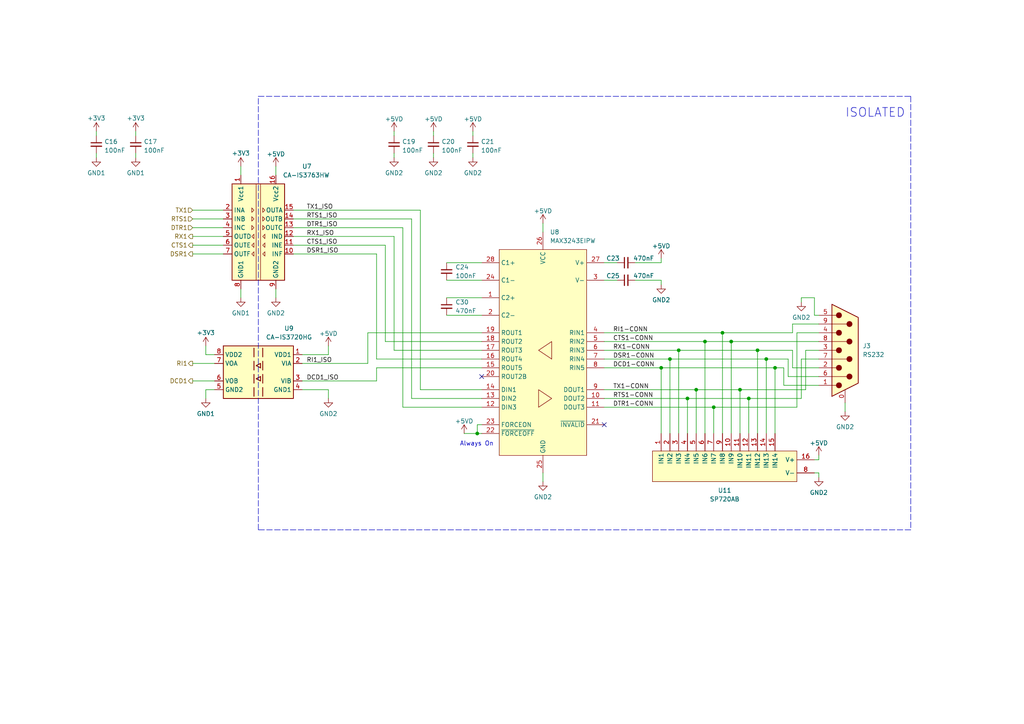
<source format=kicad_sch>
(kicad_sch (version 20211123) (generator eeschema)
  (paper "A4")
  (title_block (title "CH344 Isolated Serial Adapter") (date "2024-01-12") (rev "2") (company "Sleepy Pony Labs"))
  (lib_symbols
    (symbol "Connector:DB9_Male_MountingHoles" (pin_names (offset 1.016) hide)
      (property "Reference" "J" (at 0 16.51 0))
      (property "Value" "DB9_Male_MountingHoles" (at 0 14.605 0))
      (symbol "DB9_Male_MountingHoles_0_1"
        (circle (center -1.778 -10.16) (radius 0.762) (fill (type outline)))
        (circle (center -1.778 -5.08) (radius 0.762) (fill (type outline)))
        (circle (center -1.778 0) (radius 0.762) (fill (type outline)))
        (circle (center -1.778 5.08) (radius 0.762) (fill (type outline)))
        (circle (center -1.778 10.16) (radius 0.762) (fill (type outline)))
        (polyline (pts (xy -3.81 -10.16) (xy -2.54 -10.16)))
        (polyline (pts (xy -3.81 -7.62) (xy 0.508 -7.62)))
        (polyline (pts (xy -3.81 -5.08) (xy -2.54 -5.08)))
        (polyline (pts (xy -3.81 -2.54) (xy 0.508 -2.54)))
        (polyline (pts (xy -3.81 0) (xy -2.54 0)))
        (polyline (pts (xy -3.81 2.54) (xy 0.508 2.54)))
        (polyline (pts (xy -3.81 5.08) (xy -2.54 5.08)))
        (polyline (pts (xy -3.81 7.62) (xy 0.508 7.62)))
        (polyline (pts (xy -3.81 10.16) (xy -2.54 10.16)))
        (polyline (pts (xy -3.81 -13.335) (xy -3.81 13.335) (xy 3.81 9.525) (xy 3.81 -9.525) (xy -3.81 -13.335)) (stroke (width 0.254)) (fill (type background)))
        (circle (center 1.27 -7.62) (radius 0.762) (fill (type outline)))
        (circle (center 1.27 -2.54) (radius 0.762) (fill (type outline)))
        (circle (center 1.27 2.54) (radius 0.762) (fill (type outline)))
        (circle (center 1.27 7.62) (radius 0.762) (fill (type outline)))
      )
      (symbol "DB9_Male_MountingHoles_1_1"
        (pin passive line (at 0 -15.24 90) (length 3.81) (name "PAD") (number "0"))
        (pin passive line (at -7.62 -10.16 0) (length 3.81) (name "1") (number "1"))
        (pin passive line (at -7.62 -5.08 0) (length 3.81) (name "2") (number "2"))
        (pin passive line (at -7.62 0 0) (length 3.81) (name "3") (number "3"))
        (pin passive line (at -7.62 5.08 0) (length 3.81) (name "4") (number "4"))
        (pin passive line (at -7.62 10.16 0) (length 3.81) (name "5") (number "5"))
        (pin passive line (at -7.62 -7.62 0) (length 3.81) (name "6") (number "6"))
        (pin passive line (at -7.62 -2.54 0) (length 3.81) (name "7") (number "7"))
        (pin passive line (at -7.62 2.54 0) (length 3.81) (name "8") (number "8"))
        (pin passive line (at -7.62 7.62 0) (length 3.81) (name "9") (number "9"))
      )
    )
    (symbol "Device:C_Small" (pin_numbers hide) (pin_names (offset 0.254) hide)
      (property "Reference" "C" (at 0.254 1.778 0))
      (property "Value" "C_Small" (at 0.254 -2.032 0))
      (symbol "C_Small_0_1"
        (polyline (pts (xy -1.524 -0.508) (xy 1.524 -0.508)) (stroke (width 0.3302)))
        (polyline (pts (xy -1.524 0.508) (xy 1.524 0.508)) (stroke (width 0.3048)))
      )
      (symbol "C_Small_1_1"
        (pin passive line (at 0 2.54 270) (length 2.032) (name "~") (number "1"))
        (pin passive line (at 0 -2.54 90) (length 2.032) (name "~") (number "2"))
      )
    )
    (symbol "Isolator:ADuM1200AR"
      (property "Reference" "U" (at -10.16 8.89 0))
      (property "Value" "ADuM1200AR" (at -2.032 8.89 0))
      (symbol "ADuM1200AR_0_1"
        (rectangle (start -10.16 7.62) (end 10.16 -7.62) (stroke (width 0.254)) (fill (type background)))
        (polyline (pts (xy -1.27 -4.445) (xy -1.27 -6.985)) (stroke (width 0.254)))
        (polyline (pts (xy -1.27 -0.635) (xy -1.27 -3.175)) (stroke (width 0.254)))
        (polyline (pts (xy -1.27 3.175) (xy -1.27 0.635)) (stroke (width 0.254)))
        (polyline (pts (xy -1.27 6.985) (xy -1.27 4.445)) (stroke (width 0.254)))
        (polyline (pts (xy 1.27 -4.445) (xy 1.27 -6.985)) (stroke (width 0.254)))
        (polyline (pts (xy 1.27 -0.635) (xy 1.27 -3.175)) (stroke (width 0.254)))
        (polyline (pts (xy 1.27 3.175) (xy 1.27 0.635)) (stroke (width 0.254)))
        (polyline (pts (xy 1.27 6.985) (xy 1.27 4.445)) (stroke (width 0.254)))
        (polyline (pts (xy -0.635 -1.27) (xy -0.635 -2.54) (xy 0.635 -1.905) (xy -0.635 -1.27)) (stroke (width 0.254)))
        (polyline (pts (xy -0.635 1.27) (xy 0.635 1.905) (xy -0.635 2.54) (xy -0.635 1.27)) (stroke (width 0.254)))
      )
      (symbol "ADuM1200AR_1_1"
        (pin power_in line (at -12.7 5.08 0) (length 2.54) (name "VDD1") (number "1"))
        (pin input line (at -12.7 2.54 0) (length 2.54) (name "VIA") (number "2"))
        (pin input line (at -12.7 -2.54 0) (length 2.54) (name "VIB") (number "3"))
        (pin power_in line (at -12.7 -5.08 0) (length 2.54) (name "GND1") (number "4"))
        (pin power_in line (at 12.7 -5.08 180) (length 2.54) (name "GND2") (number "5"))
        (pin output line (at 12.7 -2.54 180) (length 2.54) (name "VOB") (number "6"))
        (pin output line (at 12.7 2.54 180) (length 2.54) (name "VOA") (number "7"))
        (pin power_in line (at 12.7 5.08 180) (length 2.54) (name "VDD2") (number "8"))
      )
    )
    (symbol "Isolator:ISO7763DW"
      (property "Reference" "U" (at 8.255 14.605 0))
      (property "Value" "ISO7763DW" (at 8.255 12.065 0))
      (symbol "ISO7763DW_0_1"
        (rectangle (start -7.62 15.24) (end 7.62 -12.7) (stroke (width 0.254)) (fill (type background)))
        (polyline (pts (xy -0.635 15.24) (xy -0.635 -12.7)))
        (polyline (pts (xy 0.635 15.24) (xy 0.635 -12.7)))
        (polyline (pts (xy -1.905 8.255) (xy -1.27 7.62) (xy -1.905 6.985) (xy -1.905 8.255)))
        (polyline (pts (xy 1.27 8.255) (xy 1.905 7.62) (xy 1.27 6.985) (xy 1.27 8.255)))
      )
      (symbol "ISO7763DW_1_1"
        (polyline (pts (xy -1.905 3.175) (xy -1.27 2.54) (xy -1.905 1.905) (xy -1.905 3.175)))
        (polyline (pts (xy -1.905 5.715) (xy -1.27 5.08) (xy -1.905 4.445) (xy -1.905 5.715)))
        (polyline (pts (xy -1.27 -4.445) (xy -1.905 -5.08) (xy -1.27 -5.715) (xy -1.27 -4.445)))
        (polyline (pts (xy -1.27 -1.905) (xy -1.905 -2.54) (xy -1.27 -3.175) (xy -1.27 -1.905)))
        (polyline (pts (xy -1.27 0.635) (xy -1.905 0) (xy -1.27 -0.635) (xy -1.27 0.635)))
        (polyline (pts (xy 1.27 3.175) (xy 1.905 2.54) (xy 1.27 1.905) (xy 1.27 3.175)))
        (polyline (pts (xy 1.27 5.715) (xy 1.905 5.08) (xy 1.27 4.445) (xy 1.27 5.715)))
        (polyline (pts (xy 1.905 -4.445) (xy 1.27 -5.08) (xy 1.905 -5.715) (xy 1.905 -4.445)))
        (polyline (pts (xy 1.905 -1.905) (xy 1.27 -2.54) (xy 1.905 -3.175) (xy 1.905 -1.905)))
        (polyline (pts (xy 1.905 0.635) (xy 1.27 0) (xy 1.905 -0.635) (xy 1.905 0.635)))
        (pin power_in line (at -5.08 17.78 270) (length 2.54) (name "Vcc1") (number "1"))
        (pin input line (at 10.16 -5.08 180) (length 2.54) (name "INF") (number "10"))
        (pin input line (at 10.16 -2.54 180) (length 2.54) (name "INE") (number "11"))
        (pin input line (at 10.16 0 180) (length 2.54) (name "IND") (number "12"))
        (pin output line (at 10.16 2.54 180) (length 2.54) (name "OUTC") (number "13"))
        (pin output line (at 10.16 5.08 180) (length 2.54) (name "OUTB") (number "14"))
        (pin output line (at 10.16 7.62 180) (length 2.54) (name "OUTA") (number "15"))
        (pin power_in line (at 5.08 17.78 270) (length 2.54) (name "Vcc2") (number "16"))
        (pin input line (at -10.16 7.62 0) (length 2.54) (name "INA") (number "2"))
        (pin input line (at -10.16 5.08 0) (length 2.54) (name "INB") (number "3"))
        (pin input line (at -10.16 2.54 0) (length 2.54) (name "INC") (number "4"))
        (pin output line (at -10.16 0 0) (length 2.54) (name "OUTD") (number "5"))
        (pin output line (at -10.16 -2.54 0) (length 2.54) (name "OUTE") (number "6"))
        (pin output line (at -10.16 -5.08 0) (length 2.54) (name "OUTF") (number "7"))
        (pin power_in line (at -5.08 -15.24 90) (length 2.54) (name "GND1") (number "8"))
        (pin power_in line (at 5.08 -15.24 90) (length 2.54) (name "GND2") (number "9"))
      )
    )
    (symbol "isolated_serial_adapter:MAX3243ExPW"
      (property "Reference" "U" (at -12.7 30.48 0))
      (property "Value" "MAX3243ExPW" (at 10.16 -33.02 0))
      (symbol "MAX3243ExPW_0_1"
        (rectangle (start -12.7 29.21) (end 12.7 -30.48) (stroke (width 0.1524)) (fill (type background)))
        (polyline (pts (xy -1.27 -16.51) (xy -1.27 -11.43) (xy 2.54 -13.97) (xy -1.27 -16.51)))
        (polyline (pts (xy 2.54 -2.54) (xy 2.54 2.54) (xy -1.27 0) (xy 2.54 -2.54)))
      )
      (symbol "MAX3243ExPW_1_1"
        (pin passive line (at -17.78 15.24 0) (length 5.08) (name "C2+") (number "1"))
        (pin output line (at 17.78 -13.97 180) (length 5.08) (name "DOUT2") (number "10"))
        (pin output line (at 17.78 -16.51 180) (length 5.08) (name "DOUT3") (number "11"))
        (pin input line (at -17.78 -16.51 0) (length 5.08) (name "DIN3") (number "12"))
        (pin input line (at -17.78 -13.97 0) (length 5.08) (name "DIN2") (number "13"))
        (pin input line (at -17.78 -11.43 0) (length 5.08) (name "DIN1") (number "14"))
        (pin output line (at -17.78 -5.08 0) (length 5.08) (name "ROUT5") (number "15"))
        (pin output line (at -17.78 -2.54 0) (length 5.08) (name "ROUT4") (number "16"))
        (pin output line (at -17.78 0 0) (length 5.08) (name "ROUT3") (number "17"))
        (pin output line (at -17.78 2.54 0) (length 5.08) (name "ROUT2") (number "18"))
        (pin output line (at -17.78 5.08 0) (length 5.08) (name "ROUT1") (number "19"))
        (pin passive line (at -17.78 10.16 0) (length 5.08) (name "C2-") (number "2"))
        (pin output line (at -17.78 -7.62 0) (length 5.08) (name "ROUT2B") (number "20"))
        (pin output line (at 17.78 -21.59 180) (length 5.08) (name "~{INVALID}") (number "21"))
        (pin input line (at -17.78 -24.13 0) (length 5.08) (name "~{FORCEOFF}") (number "22"))
        (pin input line (at -17.78 -21.59 0) (length 5.08) (name "FORCEON") (number "23"))
        (pin passive line (at -17.78 20.32 0) (length 5.08) (name "C1-") (number "24"))
        (pin power_in line (at 0 -35.56 90) (length 5.08) (name "GND") (number "25"))
        (pin power_in line (at 0 34.29 270) (length 5.08) (name "VCC") (number "26"))
        (pin passive line (at 17.78 25.4 180) (length 5.08) (name "V+") (number "27"))
        (pin passive line (at -17.78 25.4 0) (length 5.08) (name "C1+") (number "28"))
        (pin passive line (at 17.78 20.32 180) (length 5.08) (name "V-") (number "3"))
        (pin input line (at 17.78 5.08 180) (length 5.08) (name "RIN1") (number "4"))
        (pin input line (at 17.78 2.54 180) (length 5.08) (name "RIN2") (number "5"))
        (pin input line (at 17.78 0 180) (length 5.08) (name "RIN3") (number "6"))
        (pin input line (at 17.78 -2.54 180) (length 5.08) (name "RIN4") (number "7"))
        (pin input line (at 17.78 -5.08 180) (length 5.08) (name "RIN5") (number "8"))
        (pin output line (at 17.78 -11.43 180) (length 5.08) (name "DOUT1") (number "9"))
      )
    )
    (symbol "isolated_serial_adapter:SP720AB"
      (property "Reference" "U" (at -25.4 1.27 0))
      (property "Value" "SP720AB" (at -25.4 -1.27 0))
      (symbol "SP720AB_0_1"
        (rectangle (start -20.32 5.08) (end 21.59 -3.81) (fill (type background)))
      )
      (symbol "SP720AB_1_1"
        (pin passive line (at -17.78 10.16 270) (length 5.08) (name "IN1") (number "1"))
        (pin passive line (at 2.54 10.16 270) (length 5.08) (name "IN9") (number "10"))
        (pin passive line (at 5.08 10.16 270) (length 5.08) (name "IN10") (number "11"))
        (pin passive line (at 7.62 10.16 270) (length 5.08) (name "IN11") (number "12"))
        (pin passive line (at 10.16 10.16 270) (length 5.08) (name "IN12") (number "13"))
        (pin passive line (at 12.7 10.16 270) (length 5.08) (name "IN13") (number "14"))
        (pin passive line (at 15.24 10.16 270) (length 5.08) (name "IN14") (number "15"))
        (pin passive line (at 26.67 2.54 180) (length 5.08) (name "V+") (number "16"))
        (pin passive line (at -15.24 10.16 270) (length 5.08) (name "IN2") (number "2"))
        (pin passive line (at -12.7 10.16 270) (length 5.08) (name "IN3") (number "3"))
        (pin passive line (at -10.16 10.16 270) (length 5.08) (name "IN4") (number "4"))
        (pin passive line (at -7.62 10.16 270) (length 5.08) (name "IN5") (number "5"))
        (pin passive line (at -5.08 10.16 270) (length 5.08) (name "IN6") (number "6"))
        (pin passive line (at -2.54 10.16 270) (length 5.08) (name "IN7") (number "7"))
        (pin passive line (at 26.67 -1.27 180) (length 5.08) (name "V-") (number "8"))
        (pin passive line (at 0 10.16 270) (length 5.08) (name "IN8") (number "9"))
      )
    )
    (symbol "power:+3V3" (power) (pin_names (offset 0))
      (property "Value" "+3V3" (at 0 3.556 0))
      (symbol "+3V3_0_1"
        (polyline (pts (xy -0.762 1.27) (xy 0 2.54)))
        (polyline (pts (xy 0 0) (xy 0 2.54)))
        (polyline (pts (xy 0 2.54) (xy 0.762 1.27)))
      )
      (symbol "+3V3_1_1"
        (pin power_in line (at 0 0 90) (length 0) hide (name "+3V3") (number "1"))
      )
    )
    (symbol "power:+5VD" (power) (pin_names (offset 0))
      (property "Value" "+5VD" (at 0 3.556 0))
      (symbol "+5VD_0_1"
        (polyline (pts (xy -0.762 1.27) (xy 0 2.54)))
        (polyline (pts (xy 0 0) (xy 0 2.54)))
        (polyline (pts (xy 0 2.54) (xy 0.762 1.27)))
      )
      (symbol "+5VD_1_1"
        (pin power_in line (at 0 0 90) (length 0) hide (name "+5VD") (number "1"))
      )
    )
    (symbol "power:GND1" (power) (pin_names (offset 0))
      (property "Value" "GND1" (at 0 -3.81 0))
      (symbol "GND1_0_1"
        (polyline (pts (xy 0 0) (xy 0 -1.27) (xy 1.27 -1.27) (xy 0 -2.54) (xy -1.27 -1.27) (xy 0 -1.27)))
      )
      (symbol "GND1_1_1"
        (pin power_in line (at 0 0 270) (length 0) hide (name "GND1") (number "1"))
      )
    )
    (symbol "power:GND2" (power) (pin_names (offset 0))
      (property "Value" "GND2" (at 0 -3.81 0))
      (symbol "GND2_0_1"
        (polyline (pts (xy 0 0) (xy 0 -1.27) (xy 1.27 -1.27) (xy 0 -2.54) (xy -1.27 -1.27) (xy 0 -1.27)))
      )
      (symbol "GND2_1_1"
        (pin power_in line (at 0 0 270) (length 0) hide (name "GND2") (number "1"))
      )
    )
  )
  (junction (at 204.47 99.06))
  (junction (at 217.17 115.57))
  (junction (at 224.79 106.68))
  (junction (at 138.43 125.73))
  (junction (at 207.01 118.11))
  (junction (at 199.39 115.57))
  (junction (at 214.63 113.03))
  (junction (at 212.09 99.06))
  (junction (at 194.31 104.14))
  (junction (at 219.71 101.6))
  (junction (at 209.55 96.52))
  (junction (at 196.85 101.6))
  (junction (at 222.25 104.14))
  (junction (at 201.93 113.03))
  (junction (at 191.77 106.68))
  (no_connect (at 175.26 123.19))
  (no_connect (at 139.7 109.22))
  (wire (pts (xy 207.01 118.11) (xy 231.14 118.11)))
  (wire (pts (xy 95.25 113.03) (xy 95.25 115.57)))
  (wire (pts (xy 222.25 104.14) (xy 228.6 104.14)))
  (wire (pts (xy 27.94 38.1) (xy 27.94 39.37)))
  (wire (pts (xy 232.41 87.63) (xy 232.41 86.36)))
  (wire (pts (xy 137.16 38.1) (xy 137.16 39.37)))
  (wire (pts (xy 236.22 137.16) (xy 237.49 137.16)))
  (wire (pts (xy 129.54 81.28) (xy 139.7 81.28)))
  (wire (pts (xy 199.39 115.57) (xy 217.17 115.57)))
  (wire (pts (xy 55.88 60.96) (xy 64.77 60.96)))
  (wire (pts (xy 204.47 99.06) (xy 204.47 125.73)))
  (wire (pts (xy 55.88 105.41) (xy 62.23 105.41)))
  (wire (pts (xy 227.33 106.68) (xy 227.33 111.76)))
  (wire (pts (xy 39.37 38.1) (xy 39.37 39.37)))
  (wire (pts (xy 106.68 105.41) (xy 87.63 105.41)))
  (wire (pts (xy 207.01 118.11) (xy 207.01 125.73)))
  (wire (pts (xy 85.09 68.58) (xy 114.3 68.58)))
  (wire (pts (xy 39.37 44.45) (xy 39.37 45.72)))
  (wire (pts (xy 85.09 73.66) (xy 109.22 73.66)))
  (wire (pts (xy 191.77 106.68) (xy 224.79 106.68)))
  (wire (pts (xy 219.71 101.6) (xy 219.71 125.73)))
  (wire (pts (xy 119.38 115.57) (xy 139.7 115.57)))
  (wire (pts (xy 55.88 71.12) (xy 64.77 71.12)))
  (wire (pts (xy 109.22 73.66) (xy 109.22 104.14)))
  (wire (pts (xy 55.88 66.04) (xy 64.77 66.04)))
  (wire (pts (xy 224.79 106.68) (xy 224.79 125.73)))
  (wire (pts (xy 129.54 86.36) (xy 139.7 86.36)))
  (wire (pts (xy 175.26 104.14) (xy 194.31 104.14)))
  (wire (pts (xy 231.14 118.11) (xy 231.14 96.52)))
  (wire (pts (xy 109.22 110.49) (xy 87.63 110.49)))
  (wire (pts (xy 196.85 101.6) (xy 196.85 125.73)))
  (wire (pts (xy 55.88 68.58) (xy 64.77 68.58)))
  (wire (pts (xy 129.54 91.44) (xy 139.7 91.44)))
  (wire (pts (xy 87.63 113.03) (xy 95.25 113.03)))
  (polyline (pts (xy 74.93 153.67) (xy 74.93 27.94)))
  (wire (pts (xy 228.6 104.14) (xy 228.6 109.22)))
  (wire (pts (xy 69.85 48.26) (xy 69.85 50.8)))
  (wire (pts (xy 231.14 96.52) (xy 237.49 96.52)))
  (wire (pts (xy 129.54 76.2) (xy 139.7 76.2)))
  (wire (pts (xy 114.3 38.1) (xy 114.3 39.37)))
  (wire (pts (xy 111.76 71.12) (xy 111.76 99.06)))
  (wire (pts (xy 236.22 86.36) (xy 236.22 91.44)))
  (wire (pts (xy 121.92 113.03) (xy 139.7 113.03)))
  (wire (pts (xy 175.26 81.28) (xy 179.07 81.28)))
  (wire (pts (xy 59.69 113.03) (xy 59.69 115.57)))
  (wire (pts (xy 106.68 96.52) (xy 139.7 96.52)))
  (wire (pts (xy 229.87 106.68) (xy 237.49 106.68)))
  (wire (pts (xy 55.88 73.66) (xy 64.77 73.66)))
  (wire (pts (xy 95.25 102.87) (xy 95.25 100.33)))
  (wire (pts (xy 175.26 101.6) (xy 196.85 101.6)))
  (wire (pts (xy 209.55 96.52) (xy 209.55 125.73)))
  (wire (pts (xy 85.09 71.12) (xy 111.76 71.12)))
  (polyline (pts (xy 264.16 153.67) (xy 74.93 153.67)))
  (wire (pts (xy 125.73 38.1) (xy 125.73 39.37)))
  (wire (pts (xy 204.47 99.06) (xy 212.09 99.06)))
  (wire (pts (xy 229.87 96.52) (xy 229.87 93.98)))
  (wire (pts (xy 201.93 113.03) (xy 214.63 113.03)))
  (wire (pts (xy 228.6 109.22) (xy 237.49 109.22)))
  (wire (pts (xy 69.85 83.82) (xy 69.85 86.36)))
  (wire (pts (xy 214.63 113.03) (xy 233.68 113.03)))
  (wire (pts (xy 175.26 115.57) (xy 199.39 115.57)))
  (wire (pts (xy 85.09 66.04) (xy 116.84 66.04)))
  (wire (pts (xy 194.31 104.14) (xy 194.31 125.73)))
  (wire (pts (xy 212.09 99.06) (xy 237.49 99.06)))
  (wire (pts (xy 85.09 60.96) (xy 121.92 60.96)))
  (wire (pts (xy 194.31 104.14) (xy 222.25 104.14)))
  (wire (pts (xy 175.26 106.68) (xy 191.77 106.68)))
  (wire (pts (xy 184.15 81.28) (xy 191.77 81.28)))
  (wire (pts (xy 191.77 106.68) (xy 191.77 125.73)))
  (wire (pts (xy 62.23 113.03) (xy 59.69 113.03)))
  (wire (pts (xy 175.26 96.52) (xy 209.55 96.52)))
  (wire (pts (xy 85.09 63.5) (xy 119.38 63.5)))
  (wire (pts (xy 236.22 91.44) (xy 237.49 91.44)))
  (wire (pts (xy 109.22 106.68) (xy 109.22 110.49)))
  (wire (pts (xy 224.79 106.68) (xy 227.33 106.68)))
  (wire (pts (xy 233.68 113.03) (xy 233.68 101.6)))
  (wire (pts (xy 209.55 96.52) (xy 229.87 96.52)))
  (wire (pts (xy 201.93 113.03) (xy 201.93 125.73)))
  (wire (pts (xy 27.94 44.45) (xy 27.94 45.72)))
  (wire (pts (xy 175.26 118.11) (xy 207.01 118.11)))
  (wire (pts (xy 138.43 125.73) (xy 139.7 125.73)))
  (wire (pts (xy 217.17 115.57) (xy 232.41 115.57)))
  (wire (pts (xy 175.26 76.2) (xy 179.07 76.2)))
  (wire (pts (xy 59.69 100.33) (xy 59.69 102.87)))
  (wire (pts (xy 111.76 99.06) (xy 139.7 99.06)))
  (wire (pts (xy 227.33 111.76) (xy 237.49 111.76)))
  (wire (pts (xy 137.16 44.45) (xy 137.16 45.72)))
  (wire (pts (xy 139.7 123.19) (xy 138.43 123.19)))
  (wire (pts (xy 233.68 101.6) (xy 237.49 101.6)))
  (wire (pts (xy 229.87 101.6) (xy 229.87 106.68)))
  (wire (pts (xy 116.84 118.11) (xy 139.7 118.11)))
  (wire (pts (xy 191.77 81.28) (xy 191.77 82.55)))
  (wire (pts (xy 237.49 137.16) (xy 237.49 138.43)))
  (wire (pts (xy 229.87 93.98) (xy 237.49 93.98)))
  (wire (pts (xy 134.62 125.73) (xy 138.43 125.73)))
  (wire (pts (xy 237.49 133.35) (xy 237.49 132.08)))
  (wire (pts (xy 232.41 115.57) (xy 232.41 104.14)))
  (wire (pts (xy 217.17 115.57) (xy 217.17 125.73)))
  (wire (pts (xy 157.48 64.77) (xy 157.48 67.31)))
  (polyline (pts (xy 264.16 27.94) (xy 264.16 153.67)))
  (wire (pts (xy 55.88 63.5) (xy 64.77 63.5)))
  (wire (pts (xy 222.25 104.14) (xy 222.25 125.73)))
  (wire (pts (xy 199.39 115.57) (xy 199.39 125.73)))
  (wire (pts (xy 114.3 68.58) (xy 114.3 101.6)))
  (wire (pts (xy 175.26 99.06) (xy 204.47 99.06)))
  (wire (pts (xy 87.63 102.87) (xy 95.25 102.87)))
  (wire (pts (xy 232.41 104.14) (xy 237.49 104.14)))
  (wire (pts (xy 214.63 113.03) (xy 214.63 125.73)))
  (polyline (pts (xy 74.93 27.94) (xy 264.16 27.94)))
  (wire (pts (xy 219.71 101.6) (xy 229.87 101.6)))
  (wire (pts (xy 121.92 60.96) (xy 121.92 113.03)))
  (wire (pts (xy 106.68 96.52) (xy 106.68 105.41)))
  (wire (pts (xy 196.85 101.6) (xy 219.71 101.6)))
  (wire (pts (xy 236.22 133.35) (xy 237.49 133.35)))
  (wire (pts (xy 175.26 113.03) (xy 201.93 113.03)))
  (wire (pts (xy 212.09 99.06) (xy 212.09 125.73)))
  (wire (pts (xy 59.69 102.87) (xy 62.23 102.87)))
  (wire (pts (xy 114.3 44.45) (xy 114.3 45.72)))
  (wire (pts (xy 191.77 76.2) (xy 191.77 74.93)))
  (wire (pts (xy 109.22 104.14) (xy 139.7 104.14)))
  (wire (pts (xy 139.7 106.68) (xy 109.22 106.68)))
  (wire (pts (xy 232.41 86.36) (xy 236.22 86.36)))
  (wire (pts (xy 157.48 137.16) (xy 157.48 139.7)))
  (wire (pts (xy 114.3 101.6) (xy 139.7 101.6)))
  (wire (pts (xy 80.01 48.26) (xy 80.01 50.8)))
  (wire (pts (xy 80.01 83.82) (xy 80.01 86.36)))
  (wire (pts (xy 116.84 66.04) (xy 116.84 118.11)))
  (wire (pts (xy 245.11 116.84) (xy 245.11 119.38)))
  (wire (pts (xy 55.88 110.49) (xy 62.23 110.49)))
  (wire (pts (xy 125.73 44.45) (xy 125.73 45.72)))
  (wire (pts (xy 138.43 123.19) (xy 138.43 125.73)))
  (wire (pts (xy 184.15 76.2) (xy 191.77 76.2)))
  (wire (pts (xy 119.38 63.5) (xy 119.38 115.57)))
  (text "Always On" (at 133.35 129.54 0) (effects (font (size 1.27 1.27)) (justify left bottom)))
  (text "ISOLATED" (at 245.11 34.29 0) (effects (font (size 2.54 2.54)) (justify left bottom)))
  (label "RX1-CONN" (at 177.8 101.6 0))
  (label "RX1_ISO" (at 88.9 68.58 0))
  (label "RTS1-CONN" (at 177.8 115.57 0))
  (label "DCD1_ISO" (at 88.9 110.49 0))
  (label "DTR1_ISO" (at 88.9 66.04 0))
  (label "RI1_ISO" (at 88.9 105.41 0))
  (label "RTS1_ISO" (at 88.9 63.5 0))
  (label "DTR1-CONN" (at 177.8 118.11 0))
  (label "RI1-CONN" (at 177.8 96.52 0))
  (label "CTS1-CONN" (at 177.8 99.06 0))
  (label "TX1-CONN" (at 177.8 113.03 0))
  (label "CTS1_ISO" (at 88.9 71.12 0))
  (label "DCD1-CONN" (at 177.8 106.68 0))
  (label "TX1_ISO" (at 88.9 60.96 0))
  (label "DSR1_ISO" (at 88.9 73.66 0))
  (label "DSR1-CONN" (at 177.8 104.14 0))
  (hierarchical_label "DTR1" (shape input) (at 55.88 66.04 180))
  (hierarchical_label "RX1" (shape output) (at 55.88 68.58 180))
  (hierarchical_label "DSR1" (shape output) (at 55.88 73.66 180))
  (hierarchical_label "RTS1" (shape input) (at 55.88 63.5 180))
  (hierarchical_label "TX1" (shape input) (at 55.88 60.96 180))
  (hierarchical_label "RI1" (shape output) (at 55.88 105.41 180))
  (hierarchical_label "CTS1" (shape output) (at 55.88 71.12 180))
  (hierarchical_label "DCD1" (shape output) (at 55.88 110.49 180))
  (symbol (lib_id "power:GND1") (at 69.85 86.36 0) (unit 1)
    (property "Reference" "#PWR087" (effects hide))
    (property "Value" "GND1" (at 69.85 90.8034 0))
  )
  (symbol (lib_id "power:GND2") (at 191.77 82.55 0) (unit 1)
    (property "Reference" "#PWR086" (effects hide))
    (property "Value" "GND2" (at 191.77 86.9934 0))
  )
  (symbol (lib_id "Isolator:ISO7763DW") (at 74.93 68.58 0) (unit 1)
    (property "Reference" "U7" (at 87.63 48.26 0) (effects (justify left)))
    (property "Value" "CA-IS3763HW" (at 82.0294 50.8 0) (effects (justify left)))
    (property "Footprint" "Package_SO:SOIC-16W_7.5x10.3mm_P1.27mm" (effects hide))
    (property "Datasheet" "https://www.ti.com/lit/ds/symlink/iso7763.pdf" (effects hide))
  )
  (symbol (lib_id "Isolator:ADuM1200AR") (at 74.93 107.95 0) (mirror y) (unit 1)
    (property "Reference" "U9" (at 83.82 95.25 0))
    (property "Value" "CA-IS3720HG" (at 83.82 97.79 0))
    (property "Footprint" "Package_SO:SOIC-8_7.5x5.85mm_P1.27mm" (effects hide))
    (property "Datasheet" "https://www.analog.com/media/en/technical-documentation/data-sheets/ADuM1200_1201.pdf" (effects hide))
  )
  (symbol (lib_id "power:GND1") (at 59.69 115.57 0) (unit 1)
    (property "Reference" "#PWR092" (effects hide))
    (property "Value" "GND1" (at 59.69 120.0134 0))
  )
  (symbol (lib_id "power:+5VD") (at 157.48 64.77 0) (unit 1)
    (property "Reference" "#PWR084" (effects hide))
    (property "Value" "+5VD" (at 157.48 61.1942 0))
  )
  (symbol (lib_id "power:GND2") (at 245.11 119.38 0) (unit 1)
    (property "Reference" "#PWR094" (effects hide))
    (property "Value" "GND2" (at 245.11 123.8234 0))
  )
  (symbol (lib_id "power:+5VD") (at 191.77 74.93 0) (unit 1)
    (property "Reference" "#PWR085" (effects hide))
    (property "Value" "+5VD" (at 191.77 71.3542 0))
  )
  (symbol (lib_id "Device:C_Small") (at 181.61 81.28 90) (unit 1)
    (property "Reference" "C25" (at 177.8 80.01 90))
    (property "Value" "470nF" (at 186.69 80.01 90))
    (property "Footprint" "Capacitor_SMD:C_0603_1608Metric" (effects hide))
  )
  (symbol (lib_id "power:GND1") (at 39.37 45.72 0) (unit 1)
    (property "Reference" "#PWR076" (effects hide))
    (property "Value" "GND1" (at 39.37 50.1634 0))
  )
  (symbol (lib_id "Connector:DB9_Male_MountingHoles") (at 245.11 101.6 0) (unit 1)
    (property "Reference" "J3" (at 250.19 100.3299 0) (effects (justify left)))
    (property "Value" "RS232" (at 250.19 102.8699 0) (effects (justify left)))
    (property "Footprint" "Connector_Dsub:DSUB-9_Male_Horizontal_P2.77x2.84mm_EdgePinOffset7.70mm_Housed_MountingHolesOffset9.12mm" (effects hide))
    (property "Datasheet" " ~" (effects hide))
  )
  (symbol (lib_id "power:GND2") (at 114.3 45.72 0) (unit 1)
    (property "Reference" "#PWR078" (effects hide))
    (property "Value" "GND2" (at 114.3 50.1634 0))
  )
  (symbol (lib_id "Device:C_Small") (at 137.16 41.91 0) (unit 1)
    (property "Reference" "C21" (at 139.4841 41.0816 0) (effects (justify left)))
    (property "Value" "100nF" (at 139.4841 43.6185 0) (effects (justify left)))
    (property "Footprint" "Capacitor_SMD:C_0603_1608Metric" (effects hide))
  )
  (symbol (lib_id "power:+5VD") (at 95.25 100.33 0) (unit 1)
    (property "Reference" "#PWR091" (effects hide))
    (property "Value" "+5VD" (at 95.25 96.7542 0))
  )
  (symbol (lib_id "power:GND1") (at 27.94 45.72 0) (unit 1)
    (property "Reference" "#PWR075" (effects hide))
    (property "Value" "GND1" (at 27.94 50.1634 0))
  )
  (symbol (lib_id "Device:C_Small") (at 125.73 41.91 0) (unit 1)
    (property "Reference" "C20" (at 128.0541 41.0816 0) (effects (justify left)))
    (property "Value" "100nF" (at 128.0541 43.6185 0) (effects (justify left)))
    (property "Footprint" "Capacitor_SMD:C_0603_1608Metric" (effects hide))
  )
  (symbol (lib_id "power:+5VD") (at 125.73 38.1 0) (unit 1)
    (property "Reference" "#PWR073" (effects hide))
    (property "Value" "+5VD" (at 125.73 34.5242 0))
  )
  (symbol (lib_id "power:+3V3") (at 59.69 100.33 0) (unit 1)
    (property "Reference" "#PWR090" (effects hide))
    (property "Value" "+3V3" (at 59.69 96.52 0))
  )
  (symbol (lib_id "power:GND2") (at 232.41 87.63 0) (unit 1)
    (property "Reference" "#PWR089" (effects hide))
    (property "Value" "GND2" (at 232.41 92.0734 0))
  )
  (symbol (lib_id "power:+5VD") (at 80.01 48.26 0) (unit 1)
    (property "Reference" "#PWR083" (effects hide))
    (property "Value" "+5VD" (at 80.01 44.6842 0))
  )
  (symbol (lib_id "power:GND2") (at 80.01 86.36 0) (unit 1)
    (property "Reference" "#PWR088" (effects hide))
    (property "Value" "GND2" (at 80.01 90.8034 0))
  )
  (symbol (lib_id "Device:C_Small") (at 129.54 78.74 0) (unit 1)
    (property "Reference" "C24" (at 132.08 77.4762 0) (effects (justify left)))
    (property "Value" "100nF" (at 132.08 80.0162 0) (effects (justify left)))
    (property "Footprint" "Capacitor_SMD:C_0603_1608Metric" (effects hide))
  )
  (symbol (lib_id "power:+3V3") (at 69.85 48.26 0) (unit 1)
    (property "Reference" "#PWR082" (effects hide))
    (property "Value" "+3V3" (at 69.85 44.45 0))
  )
  (symbol (lib_id "power:GND2") (at 237.49 138.43 0) (unit 1)
    (property "Reference" "#PWR099" (effects hide))
    (property "Value" "GND2" (at 237.49 142.8734 0))
  )
  (symbol (lib_id "power:+5VD") (at 114.3 38.1 0) (unit 1)
    (property "Reference" "#PWR072" (effects hide))
    (property "Value" "+5VD" (at 114.3 34.5242 0))
  )
  (symbol (lib_id "power:+5VD") (at 134.62 125.73 0) (unit 1)
    (property "Reference" "#PWR095" (effects hide))
    (property "Value" "+5VD" (at 134.62 122.1542 0))
  )
  (symbol (lib_id "power:+3V3") (at 27.94 38.1 0) (unit 1)
    (property "Reference" "#PWR069" (effects hide))
    (property "Value" "+3V3" (at 27.94 34.29 0))
  )
  (symbol (lib_id "power:GND2") (at 125.73 45.72 0) (unit 1)
    (property "Reference" "#PWR079" (effects hide))
    (property "Value" "GND2" (at 125.73 50.1634 0))
  )
  (symbol (lib_id "power:GND2") (at 157.48 139.7 0) (unit 1)
    (property "Reference" "#PWR0104" (effects hide))
    (property "Value" "GND2" (at 157.48 144.1434 0))
  )
  (symbol (lib_id "power:+3V3") (at 39.37 38.1 0) (unit 1)
    (property "Reference" "#PWR070" (effects hide))
    (property "Value" "+3V3" (at 39.37 34.29 0))
  )
  (symbol (lib_id "isolated_serial_adapter:MAX3243ExPW") (at 157.48 101.6 0) (unit 1)
    (property "Reference" "U8" (at 159.4994 67.31 0) (effects (justify left)))
    (property "Value" "MAX3243EIPW" (at 159.4994 69.85 0) (effects (justify left)))
    (property "Footprint" "Package_SO:TSSOP-28_4.4x9.7mm_P0.65mm" (effects hide))
    (property "Datasheet" "https://www.ti.com/lit/ds/symlink/max3243e.pdf" (effects hide))
  )
  (symbol (lib_id "power:+5VD") (at 137.16 38.1 0) (unit 1)
    (property "Reference" "#PWR074" (effects hide))
    (property "Value" "+5VD" (at 137.16 34.5242 0))
  )
  (symbol (lib_id "Device:C_Small") (at 27.94 41.91 0) (unit 1)
    (property "Reference" "C16" (at 30.2641 41.0816 0) (effects (justify left)))
    (property "Value" "100nF" (at 30.2641 43.6185 0) (effects (justify left)))
    (property "Footprint" "Capacitor_SMD:C_0603_1608Metric" (effects hide))
  )
  (symbol (lib_id "Device:C_Small") (at 39.37 41.91 0) (unit 1)
    (property "Reference" "C17" (at 41.6941 41.0816 0) (effects (justify left)))
    (property "Value" "100nF" (at 41.6941 43.6185 0) (effects (justify left)))
    (property "Footprint" "Capacitor_SMD:C_0603_1608Metric" (effects hide))
  )
  (symbol (lib_id "Device:C_Small") (at 181.61 76.2 90) (unit 1)
    (property "Reference" "C23" (at 177.8 74.93 90))
    (property "Value" "470nF" (at 186.69 74.93 90))
    (property "Footprint" "Capacitor_SMD:C_0603_1608Metric" (effects hide))
  )
  (symbol (lib_id "isolated_serial_adapter:SP720AB") (at 209.55 135.89 0) (unit 1)
    (property "Reference" "U11" (at 210.185 142.24 0))
    (property "Value" "SP720AB" (at 210.185 144.78 0))
    (property "Footprint" "Package_SO:SOIC-16_3.9x9.9mm_P1.27mm" (effects hide))
    (property "Datasheet" "https://m.littelfuse.com/~/media/electronics/datasheets/tvs_diode_arrays/littelfuse_tvs_diode_array_sp720_datasheet.pdf.pdf" (effects hide))
  )
  (symbol (lib_id "power:GND2") (at 137.16 45.72 0) (unit 1)
    (property "Reference" "#PWR080" (effects hide))
    (property "Value" "GND2" (at 137.16 50.1634 0))
  )
  (symbol (lib_id "power:+5VD") (at 237.49 132.08 0) (unit 1)
    (property "Reference" "#PWR098" (effects hide))
    (property "Value" "+5VD" (at 237.49 128.5042 0))
  )
  (symbol (lib_id "power:GND2") (at 95.25 115.57 0) (unit 1)
    (property "Reference" "#PWR093" (effects hide))
    (property "Value" "GND2" (at 95.25 120.0134 0))
  )
  (symbol (lib_id "Device:C_Small") (at 114.3 41.91 0) (unit 1)
    (property "Reference" "C19" (at 116.6241 41.0816 0) (effects (justify left)))
    (property "Value" "100nF" (at 116.6241 43.6185 0) (effects (justify left)))
    (property "Footprint" "Capacitor_SMD:C_0603_1608Metric" (effects hide))
  )
  (symbol (lib_id "Device:C_Small") (at 129.54 88.9 0) (unit 1)
    (property "Reference" "C30" (at 132.08 87.6362 0) (effects (justify left)))
    (property "Value" "470nF" (at 132.08 90.1762 0) (effects (justify left)))
    (property "Footprint" "Capacitor_SMD:C_0603_1608Metric" (effects hide))
  )
)
</source>
